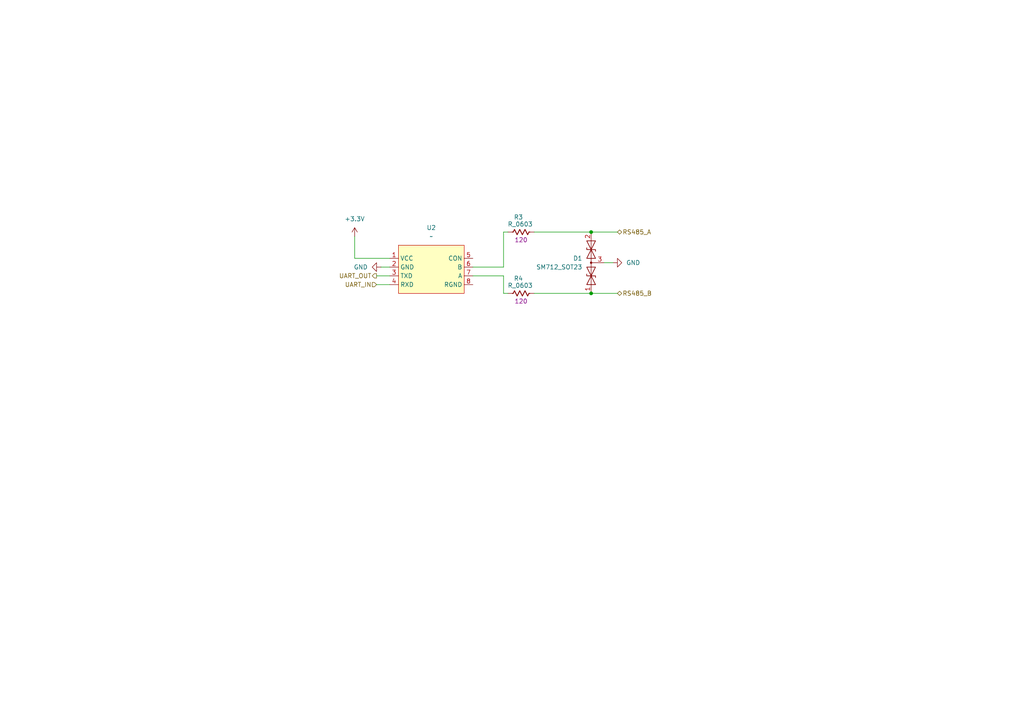
<source format=kicad_sch>
(kicad_sch
	(version 20250114)
	(generator "eeschema")
	(generator_version "9.0")
	(uuid "de6b07a4-1c5d-4532-9ecd-5c069974fae3")
	(paper "A4")
	(lib_symbols
		(symbol "Diode:SM712_SOT23"
			(pin_names
				(offset 1.016)
				(hide yes)
			)
			(exclude_from_sim no)
			(in_bom yes)
			(on_board yes)
			(property "Reference" "D"
				(at 0 4.445 0)
				(effects
					(font
						(size 1.27 1.27)
					)
				)
			)
			(property "Value" "SM712_SOT23"
				(at 0 2.54 0)
				(effects
					(font
						(size 1.27 1.27)
					)
				)
			)
			(property "Footprint" "Package_TO_SOT_SMD:SOT-23"
				(at 0 -8.89 0)
				(effects
					(font
						(size 1.27 1.27)
					)
					(hide yes)
				)
			)
			(property "Datasheet" "https://www.littelfuse.com/~/media/electronics/datasheets/tvs_diode_arrays/littelfuse_tvs_diode_array_sm712_datasheet.pdf.pdf"
				(at -3.81 0 0)
				(effects
					(font
						(size 1.27 1.27)
					)
					(hide yes)
				)
			)
			(property "Description" "7V/12V, 600W Asymmetrical TVS Diode Array, SOT-23"
				(at 0 0 0)
				(effects
					(font
						(size 1.27 1.27)
					)
					(hide yes)
				)
			)
			(property "ki_keywords" "transient voltage suppressor thyrector transil"
				(at 0 0 0)
				(effects
					(font
						(size 1.27 1.27)
					)
					(hide yes)
				)
			)
			(property "ki_fp_filters" "SOT?23*"
				(at 0 0 0)
				(effects
					(font
						(size 1.27 1.27)
					)
					(hide yes)
				)
			)
			(symbol "SM712_SOT23_0_0"
				(polyline
					(pts
						(xy 0 -1.27) (xy 0 0)
					)
					(stroke
						(width 0)
						(type default)
					)
					(fill
						(type none)
					)
				)
			)
			(symbol "SM712_SOT23_0_1"
				(polyline
					(pts
						(xy -6.35 0) (xy 6.35 0)
					)
					(stroke
						(width 0)
						(type default)
					)
					(fill
						(type none)
					)
				)
				(polyline
					(pts
						(xy -6.35 -1.27) (xy -1.27 1.27) (xy -1.27 -1.27) (xy -6.35 1.27) (xy -6.35 -1.27)
					)
					(stroke
						(width 0.2032)
						(type default)
					)
					(fill
						(type none)
					)
				)
				(polyline
					(pts
						(xy -3.302 1.27) (xy -3.81 1.27) (xy -3.81 -1.27) (xy -4.318 -1.27)
					)
					(stroke
						(width 0.2032)
						(type default)
					)
					(fill
						(type none)
					)
				)
				(circle
					(center 0 0)
					(radius 0.254)
					(stroke
						(width 0)
						(type default)
					)
					(fill
						(type outline)
					)
				)
				(polyline
					(pts
						(xy 1.27 -1.27) (xy 1.27 1.27) (xy 6.35 -1.27) (xy 6.35 1.27) (xy 1.27 -1.27)
					)
					(stroke
						(width 0.2032)
						(type default)
					)
					(fill
						(type none)
					)
				)
				(polyline
					(pts
						(xy 4.318 1.27) (xy 3.81 1.27) (xy 3.81 -1.27) (xy 3.302 -1.27)
					)
					(stroke
						(width 0.2032)
						(type default)
					)
					(fill
						(type none)
					)
				)
			)
			(symbol "SM712_SOT23_1_1"
				(pin passive line
					(at -8.89 0 0)
					(length 2.54)
					(name "A1"
						(effects
							(font
								(size 1.27 1.27)
							)
						)
					)
					(number "1"
						(effects
							(font
								(size 1.27 1.27)
							)
						)
					)
				)
				(pin input line
					(at 0 -3.81 90)
					(length 2.54)
					(name "common"
						(effects
							(font
								(size 1.27 1.27)
							)
						)
					)
					(number "3"
						(effects
							(font
								(size 1.27 1.27)
							)
						)
					)
				)
				(pin passive line
					(at 8.89 0 180)
					(length 2.54)
					(name "A2"
						(effects
							(font
								(size 1.27 1.27)
							)
						)
					)
					(number "2"
						(effects
							(font
								(size 1.27 1.27)
							)
						)
					)
				)
			)
			(embedded_fonts no)
		)
		(symbol "PCM_Resistor_US_AKL:R_0603"
			(pin_numbers
				(hide yes)
			)
			(pin_names
				(offset 0)
			)
			(exclude_from_sim no)
			(in_bom yes)
			(on_board yes)
			(property "Reference" "R"
				(at 2.54 1.27 0)
				(effects
					(font
						(size 1.27 1.27)
					)
					(justify left)
				)
			)
			(property "Value" "R_0603"
				(at 2.54 -1.27 0)
				(effects
					(font
						(size 1.27 1.27)
					)
					(justify left)
				)
			)
			(property "Footprint" "PCM_Resistor_SMD_AKL:R_0603_1608Metric"
				(at 0 -11.43 0)
				(effects
					(font
						(size 1.27 1.27)
					)
					(hide yes)
				)
			)
			(property "Datasheet" "~"
				(at 0 0 0)
				(effects
					(font
						(size 1.27 1.27)
					)
					(hide yes)
				)
			)
			(property "Description" "SMD 0603 Chip Resistor, US Symbol, Alternate KiCad Library"
				(at 0 0 0)
				(effects
					(font
						(size 1.27 1.27)
					)
					(hide yes)
				)
			)
			(property "ki_keywords" "R res resistor us SMD 0603"
				(at 0 0 0)
				(effects
					(font
						(size 1.27 1.27)
					)
					(hide yes)
				)
			)
			(property "ki_fp_filters" "R_*"
				(at 0 0 0)
				(effects
					(font
						(size 1.27 1.27)
					)
					(hide yes)
				)
			)
			(symbol "R_0603_0_1"
				(polyline
					(pts
						(xy 0 2.286) (xy 0 2.54)
					)
					(stroke
						(width 0.254)
						(type default)
					)
					(fill
						(type none)
					)
				)
				(polyline
					(pts
						(xy 0 2.286) (xy 0.762 1.905) (xy -0.762 1.143) (xy 0 0.762) (xy 0.762 0.381) (xy 0 0) (xy -0.762 -0.381)
						(xy 0 -0.762) (xy 0.762 -1.143) (xy 0 -1.524) (xy -0.762 -1.905) (xy 0 -2.286)
					)
					(stroke
						(width 0.254)
						(type default)
					)
					(fill
						(type none)
					)
				)
				(polyline
					(pts
						(xy 0 -2.286) (xy 0 -2.54)
					)
					(stroke
						(width 0.254)
						(type default)
					)
					(fill
						(type none)
					)
				)
			)
			(symbol "R_0603_0_2"
				(polyline
					(pts
						(xy -2.54 -2.54) (xy -1.778 -1.778)
					)
					(stroke
						(width 0)
						(type default)
					)
					(fill
						(type none)
					)
				)
				(polyline
					(pts
						(xy -1.778 -1.778) (xy -1.524 -1.524)
					)
					(stroke
						(width 0.254)
						(type default)
					)
					(fill
						(type none)
					)
				)
				(polyline
					(pts
						(xy -1.524 -1.524) (xy -1.778 -0.762) (xy -1.016 -1.016)
					)
					(stroke
						(width 0.254)
						(type default)
					)
					(fill
						(type none)
					)
				)
				(polyline
					(pts
						(xy -0.508 -0.508) (xy -0.762 0.254) (xy 0 0)
					)
					(stroke
						(width 0.254)
						(type default)
					)
					(fill
						(type none)
					)
				)
				(polyline
					(pts
						(xy -0.508 -0.508) (xy -0.254 -1.27) (xy -1.016 -1.016)
					)
					(stroke
						(width 0.254)
						(type default)
					)
					(fill
						(type none)
					)
				)
				(polyline
					(pts
						(xy 0.508 0.508) (xy 0.254 1.27) (xy 1.016 1.016)
					)
					(stroke
						(width 0.254)
						(type default)
					)
					(fill
						(type none)
					)
				)
				(polyline
					(pts
						(xy 0.508 0.508) (xy 0.762 -0.254) (xy 0 0)
					)
					(stroke
						(width 0.254)
						(type default)
					)
					(fill
						(type none)
					)
				)
				(polyline
					(pts
						(xy 1.524 1.524) (xy 1.778 0.762) (xy 1.016 1.016)
					)
					(stroke
						(width 0.254)
						(type default)
					)
					(fill
						(type none)
					)
				)
				(polyline
					(pts
						(xy 1.778 1.778) (xy 1.524 1.524)
					)
					(stroke
						(width 0.254)
						(type default)
					)
					(fill
						(type none)
					)
				)
				(polyline
					(pts
						(xy 1.778 1.778) (xy 2.54 2.54)
					)
					(stroke
						(width 0)
						(type default)
					)
					(fill
						(type none)
					)
				)
			)
			(symbol "R_0603_1_1"
				(pin passive line
					(at 0 3.81 270)
					(length 1.27)
					(name "~"
						(effects
							(font
								(size 1.27 1.27)
							)
						)
					)
					(number "1"
						(effects
							(font
								(size 1.27 1.27)
							)
						)
					)
				)
				(pin passive line
					(at 0 -3.81 90)
					(length 1.27)
					(name "~"
						(effects
							(font
								(size 1.27 1.27)
							)
						)
					)
					(number "2"
						(effects
							(font
								(size 1.27 1.27)
							)
						)
					)
				)
			)
			(symbol "R_0603_1_2"
				(pin passive line
					(at -2.54 -2.54 0)
					(length 0)
					(name ""
						(effects
							(font
								(size 1.27 1.27)
							)
						)
					)
					(number "2"
						(effects
							(font
								(size 1.27 1.27)
							)
						)
					)
				)
				(pin passive line
					(at 2.54 2.54 180)
					(length 0)
					(name ""
						(effects
							(font
								(size 1.27 1.27)
							)
						)
					)
					(number "1"
						(effects
							(font
								(size 1.27 1.27)
							)
						)
					)
				)
			)
			(embedded_fonts no)
		)
		(symbol "Proyecto_componente:RSM3485ECHT"
			(exclude_from_sim no)
			(in_bom yes)
			(on_board yes)
			(property "Reference" "U"
				(at 0 -7.62 0)
				(effects
					(font
						(size 1.27 1.27)
					)
				)
			)
			(property "Value" ""
				(at 0 0 0)
				(effects
					(font
						(size 1.27 1.27)
					)
				)
			)
			(property "Footprint" ""
				(at 0 0 0)
				(effects
					(font
						(size 1.27 1.27)
					)
					(hide yes)
				)
			)
			(property "Datasheet" ""
				(at 0 0 0)
				(effects
					(font
						(size 1.27 1.27)
					)
					(hide yes)
				)
			)
			(property "Description" ""
				(at 0 0 0)
				(effects
					(font
						(size 1.27 1.27)
					)
					(hide yes)
				)
			)
			(symbol "RSM3485ECHT_1_1"
				(rectangle
					(start -10.16 7.62)
					(end 8.89 -6.35)
					(stroke
						(width 0)
						(type solid)
						(color 194 0 0 1)
					)
					(fill
						(type color)
						(color 255 255 194 1)
					)
				)
				(pin input line
					(at -12.7 3.81 0)
					(length 2.54)
					(name "VCC"
						(effects
							(font
								(size 1.27 1.27)
							)
						)
					)
					(number "1"
						(effects
							(font
								(size 1.27 1.27)
							)
						)
					)
				)
				(pin input line
					(at -12.7 1.27 0)
					(length 2.54)
					(name "GND"
						(effects
							(font
								(size 1.27 1.27)
							)
						)
					)
					(number "2"
						(effects
							(font
								(size 1.27 1.27)
							)
						)
					)
				)
				(pin input line
					(at -12.7 -1.27 0)
					(length 2.54)
					(name "TXD"
						(effects
							(font
								(size 1.27 1.27)
							)
						)
					)
					(number "3"
						(effects
							(font
								(size 1.27 1.27)
							)
						)
					)
				)
				(pin input line
					(at -12.7 -3.81 0)
					(length 2.54)
					(name "RXD"
						(effects
							(font
								(size 1.27 1.27)
							)
						)
					)
					(number "4"
						(effects
							(font
								(size 1.27 1.27)
							)
						)
					)
				)
				(pin input line
					(at 11.43 3.81 180)
					(length 2.54)
					(name "CON"
						(effects
							(font
								(size 1.27 1.27)
							)
						)
					)
					(number "5"
						(effects
							(font
								(size 1.27 1.27)
							)
						)
					)
				)
				(pin input line
					(at 11.43 1.27 180)
					(length 2.54)
					(name "B"
						(effects
							(font
								(size 1.27 1.27)
							)
						)
					)
					(number "6"
						(effects
							(font
								(size 1.27 1.27)
							)
						)
					)
				)
				(pin input line
					(at 11.43 -1.27 180)
					(length 2.54)
					(name "A"
						(effects
							(font
								(size 1.27 1.27)
							)
						)
					)
					(number "7"
						(effects
							(font
								(size 1.27 1.27)
							)
						)
					)
				)
				(pin input line
					(at 11.43 -3.81 180)
					(length 2.54)
					(name "RGND"
						(effects
							(font
								(size 1.27 1.27)
							)
						)
					)
					(number "8"
						(effects
							(font
								(size 1.27 1.27)
							)
						)
					)
				)
			)
			(embedded_fonts no)
		)
		(symbol "power:+3.3V"
			(power)
			(pin_numbers
				(hide yes)
			)
			(pin_names
				(offset 0)
				(hide yes)
			)
			(exclude_from_sim no)
			(in_bom yes)
			(on_board yes)
			(property "Reference" "#PWR"
				(at 0 -3.81 0)
				(effects
					(font
						(size 1.27 1.27)
					)
					(hide yes)
				)
			)
			(property "Value" "+3.3V"
				(at 0 3.556 0)
				(effects
					(font
						(size 1.27 1.27)
					)
				)
			)
			(property "Footprint" ""
				(at 0 0 0)
				(effects
					(font
						(size 1.27 1.27)
					)
					(hide yes)
				)
			)
			(property "Datasheet" ""
				(at 0 0 0)
				(effects
					(font
						(size 1.27 1.27)
					)
					(hide yes)
				)
			)
			(property "Description" "Power symbol creates a global label with name \"+3.3V\""
				(at 0 0 0)
				(effects
					(font
						(size 1.27 1.27)
					)
					(hide yes)
				)
			)
			(property "ki_keywords" "global power"
				(at 0 0 0)
				(effects
					(font
						(size 1.27 1.27)
					)
					(hide yes)
				)
			)
			(symbol "+3.3V_0_1"
				(polyline
					(pts
						(xy -0.762 1.27) (xy 0 2.54)
					)
					(stroke
						(width 0)
						(type default)
					)
					(fill
						(type none)
					)
				)
				(polyline
					(pts
						(xy 0 2.54) (xy 0.762 1.27)
					)
					(stroke
						(width 0)
						(type default)
					)
					(fill
						(type none)
					)
				)
				(polyline
					(pts
						(xy 0 0) (xy 0 2.54)
					)
					(stroke
						(width 0)
						(type default)
					)
					(fill
						(type none)
					)
				)
			)
			(symbol "+3.3V_1_1"
				(pin power_in line
					(at 0 0 90)
					(length 0)
					(name "~"
						(effects
							(font
								(size 1.27 1.27)
							)
						)
					)
					(number "1"
						(effects
							(font
								(size 1.27 1.27)
							)
						)
					)
				)
			)
			(embedded_fonts no)
		)
		(symbol "power:GND"
			(power)
			(pin_numbers
				(hide yes)
			)
			(pin_names
				(offset 0)
				(hide yes)
			)
			(exclude_from_sim no)
			(in_bom yes)
			(on_board yes)
			(property "Reference" "#PWR"
				(at 0 -6.35 0)
				(effects
					(font
						(size 1.27 1.27)
					)
					(hide yes)
				)
			)
			(property "Value" "GND"
				(at 0 -3.81 0)
				(effects
					(font
						(size 1.27 1.27)
					)
				)
			)
			(property "Footprint" ""
				(at 0 0 0)
				(effects
					(font
						(size 1.27 1.27)
					)
					(hide yes)
				)
			)
			(property "Datasheet" ""
				(at 0 0 0)
				(effects
					(font
						(size 1.27 1.27)
					)
					(hide yes)
				)
			)
			(property "Description" "Power symbol creates a global label with name \"GND\" , ground"
				(at 0 0 0)
				(effects
					(font
						(size 1.27 1.27)
					)
					(hide yes)
				)
			)
			(property "ki_keywords" "global power"
				(at 0 0 0)
				(effects
					(font
						(size 1.27 1.27)
					)
					(hide yes)
				)
			)
			(symbol "GND_0_1"
				(polyline
					(pts
						(xy 0 0) (xy 0 -1.27) (xy 1.27 -1.27) (xy 0 -2.54) (xy -1.27 -1.27) (xy 0 -1.27)
					)
					(stroke
						(width 0)
						(type default)
					)
					(fill
						(type none)
					)
				)
			)
			(symbol "GND_1_1"
				(pin power_in line
					(at 0 0 270)
					(length 0)
					(name "~"
						(effects
							(font
								(size 1.27 1.27)
							)
						)
					)
					(number "1"
						(effects
							(font
								(size 1.27 1.27)
							)
						)
					)
				)
			)
			(embedded_fonts no)
		)
	)
	(junction
		(at 171.45 67.31)
		(diameter 0)
		(color 0 0 0 0)
		(uuid "196cd56f-91d5-4af3-ab5d-043cf27499a5")
	)
	(junction
		(at 171.45 85.09)
		(diameter 0)
		(color 0 0 0 0)
		(uuid "3d92c94a-6497-438f-8e56-be8307dab1cd")
	)
	(wire
		(pts
			(xy 171.45 67.31) (xy 179.07 67.31)
		)
		(stroke
			(width 0)
			(type default)
		)
		(uuid "03055705-5f7e-4e25-a48b-fae676820af6")
	)
	(wire
		(pts
			(xy 175.26 76.2) (xy 177.8 76.2)
		)
		(stroke
			(width 0)
			(type default)
		)
		(uuid "05a9ba95-01b8-45ac-aa3a-d3f08abcf347")
	)
	(wire
		(pts
			(xy 154.94 67.31) (xy 171.45 67.31)
		)
		(stroke
			(width 0)
			(type default)
		)
		(uuid "07018717-654e-4f53-87aa-2afba947b8ac")
	)
	(wire
		(pts
			(xy 102.87 68.58) (xy 102.87 74.93)
		)
		(stroke
			(width 0)
			(type default)
		)
		(uuid "1ebf31b1-dd7e-4125-9366-2ca5eb375c1a")
	)
	(wire
		(pts
			(xy 146.05 85.09) (xy 147.32 85.09)
		)
		(stroke
			(width 0)
			(type default)
		)
		(uuid "21eee10c-8c82-406f-8369-06e0b4763fcf")
	)
	(wire
		(pts
			(xy 146.05 77.47) (xy 137.16 77.47)
		)
		(stroke
			(width 0)
			(type default)
		)
		(uuid "27e4e164-103e-499b-b146-b232dd4b8505")
	)
	(wire
		(pts
			(xy 146.05 67.31) (xy 146.05 77.47)
		)
		(stroke
			(width 0)
			(type default)
		)
		(uuid "31e6fea1-01ef-44ee-9952-72a1618874f3")
	)
	(wire
		(pts
			(xy 154.94 85.09) (xy 171.45 85.09)
		)
		(stroke
			(width 0)
			(type default)
		)
		(uuid "3d1097e0-cc52-4b84-89ba-a5037d20a10c")
	)
	(wire
		(pts
			(xy 146.05 80.01) (xy 146.05 85.09)
		)
		(stroke
			(width 0)
			(type default)
		)
		(uuid "48f47c6c-de76-442c-aa78-ea66825e1a05")
	)
	(wire
		(pts
			(xy 110.49 77.47) (xy 113.03 77.47)
		)
		(stroke
			(width 0)
			(type default)
		)
		(uuid "5153342e-b06c-43f7-a93c-85b7fc02fcb3")
	)
	(wire
		(pts
			(xy 109.22 82.55) (xy 113.03 82.55)
		)
		(stroke
			(width 0)
			(type default)
		)
		(uuid "90d9e1f4-c561-423c-b2e7-a8e5b7b91864")
	)
	(wire
		(pts
			(xy 146.05 67.31) (xy 147.32 67.31)
		)
		(stroke
			(width 0)
			(type default)
		)
		(uuid "912e4bd1-05f6-4f17-8da7-91e2a1ccc1d5")
	)
	(wire
		(pts
			(xy 102.87 74.93) (xy 113.03 74.93)
		)
		(stroke
			(width 0)
			(type default)
		)
		(uuid "b08c64b7-5ef8-4f82-9faf-61cd427319c8")
	)
	(wire
		(pts
			(xy 171.45 85.09) (xy 179.07 85.09)
		)
		(stroke
			(width 0)
			(type default)
		)
		(uuid "d70f9e30-5006-4996-a738-c14d362a76b0")
	)
	(wire
		(pts
			(xy 109.22 80.01) (xy 113.03 80.01)
		)
		(stroke
			(width 0)
			(type default)
		)
		(uuid "de897a3a-4d03-4203-9897-5e316e468adc")
	)
	(wire
		(pts
			(xy 137.16 80.01) (xy 146.05 80.01)
		)
		(stroke
			(width 0)
			(type default)
		)
		(uuid "efb29732-f056-4078-bca7-124ea19a97b7")
	)
	(hierarchical_label "RS485_A"
		(shape bidirectional)
		(at 179.07 67.31 0)
		(effects
			(font
				(size 1.27 1.27)
			)
			(justify left)
		)
		(uuid "2ff92fe2-bb5e-4e62-8408-3c975d9662fd")
	)
	(hierarchical_label "RS485_B"
		(shape bidirectional)
		(at 179.07 85.09 0)
		(effects
			(font
				(size 1.27 1.27)
			)
			(justify left)
		)
		(uuid "4e6a1a70-38ba-47a5-9953-1927a866b32b")
	)
	(hierarchical_label "UART_IN"
		(shape input)
		(at 109.22 82.55 180)
		(effects
			(font
				(size 1.27 1.27)
			)
			(justify right)
		)
		(uuid "62d52854-6627-4cdb-b065-787229518870")
	)
	(hierarchical_label "UART_OUT"
		(shape output)
		(at 109.22 80.01 180)
		(effects
			(font
				(size 1.27 1.27)
			)
			(justify right)
		)
		(uuid "cd442f82-94c0-4c7a-8e06-c1035b3acbef")
	)
	(symbol
		(lib_id "power:GND")
		(at 110.49 77.47 270)
		(unit 1)
		(exclude_from_sim no)
		(in_bom yes)
		(on_board yes)
		(dnp no)
		(fields_autoplaced yes)
		(uuid "08310063-0756-4864-923a-b360dcbc1e6c")
		(property "Reference" "#PWR012"
			(at 104.14 77.47 0)
			(effects
				(font
					(size 1.27 1.27)
				)
				(hide yes)
			)
		)
		(property "Value" "GND"
			(at 106.68 77.4699 90)
			(effects
				(font
					(size 1.27 1.27)
				)
				(justify right)
			)
		)
		(property "Footprint" ""
			(at 110.49 77.47 0)
			(effects
				(font
					(size 1.27 1.27)
				)
				(hide yes)
			)
		)
		(property "Datasheet" ""
			(at 110.49 77.47 0)
			(effects
				(font
					(size 1.27 1.27)
				)
				(hide yes)
			)
		)
		(property "Description" "Power symbol creates a global label with name \"GND\" , ground"
			(at 110.49 77.47 0)
			(effects
				(font
					(size 1.27 1.27)
				)
				(hide yes)
			)
		)
		(pin "1"
			(uuid "d61201f4-3f88-44d5-b04a-b9ec9adaa3f7")
		)
		(instances
			(project "Nivara"
				(path "/42622735-4343-4315-af64-a45701a752b6/711b914f-41ac-411e-bef3-8ade05c9a19b/0e992bd9-df1d-46c0-8773-93ffa0ff8af8"
					(reference "#PWR012")
					(unit 1)
				)
			)
		)
	)
	(symbol
		(lib_id "PCM_Resistor_US_AKL:R_0603")
		(at 151.13 85.09 90)
		(unit 1)
		(exclude_from_sim no)
		(in_bom yes)
		(on_board yes)
		(dnp no)
		(uuid "644547eb-f3a4-4c29-b143-bdc3b6649c8f")
		(property "Reference" "R4"
			(at 150.368 80.772 90)
			(effects
				(font
					(size 1.27 1.27)
				)
			)
		)
		(property "Value" "R_0603"
			(at 150.876 82.804 90)
			(effects
				(font
					(size 1.27 1.27)
				)
			)
		)
		(property "Footprint" "Resistor_SMD:R_0603_1608Metric"
			(at 162.56 85.09 0)
			(effects
				(font
					(size 1.27 1.27)
				)
				(hide yes)
			)
		)
		(property "Datasheet" "~"
			(at 151.13 85.09 0)
			(effects
				(font
					(size 1.27 1.27)
				)
				(hide yes)
			)
		)
		(property "Description" "SMD 0603 Chip Resistor, US Symbol, Alternate KiCad Library"
			(at 151.13 85.09 0)
			(effects
				(font
					(size 1.27 1.27)
				)
				(hide yes)
			)
		)
		(property "Part Number" ""
			(at 151.13 85.09 0)
			(effects
				(font
					(size 1.27 1.27)
				)
				(hide yes)
			)
		)
		(property "Capacidad" "120"
			(at 151.13 87.376 90)
			(effects
				(font
					(size 1.27 1.27)
				)
			)
		)
		(pin "1"
			(uuid "015d5624-32d5-4792-95ca-735a8b53fc26")
		)
		(pin "2"
			(uuid "e8b9c616-5794-480c-998d-b6fab400e2d7")
		)
		(instances
			(project "Nivara"
				(path "/42622735-4343-4315-af64-a45701a752b6/711b914f-41ac-411e-bef3-8ade05c9a19b/0e992bd9-df1d-46c0-8773-93ffa0ff8af8"
					(reference "R4")
					(unit 1)
				)
			)
		)
	)
	(symbol
		(lib_id "power:GND")
		(at 177.8 76.2 90)
		(unit 1)
		(exclude_from_sim no)
		(in_bom yes)
		(on_board yes)
		(dnp no)
		(fields_autoplaced yes)
		(uuid "6bdede6b-f18d-4896-ba70-099fb8562e81")
		(property "Reference" "#PWR013"
			(at 184.15 76.2 0)
			(effects
				(font
					(size 1.27 1.27)
				)
				(hide yes)
			)
		)
		(property "Value" "GND"
			(at 181.61 76.1999 90)
			(effects
				(font
					(size 1.27 1.27)
				)
				(justify right)
			)
		)
		(property "Footprint" ""
			(at 177.8 76.2 0)
			(effects
				(font
					(size 1.27 1.27)
				)
				(hide yes)
			)
		)
		(property "Datasheet" ""
			(at 177.8 76.2 0)
			(effects
				(font
					(size 1.27 1.27)
				)
				(hide yes)
			)
		)
		(property "Description" "Power symbol creates a global label with name \"GND\" , ground"
			(at 177.8 76.2 0)
			(effects
				(font
					(size 1.27 1.27)
				)
				(hide yes)
			)
		)
		(pin "1"
			(uuid "06255561-edba-41ee-950a-ef8e662e56d4")
		)
		(instances
			(project "Nivara"
				(path "/42622735-4343-4315-af64-a45701a752b6/711b914f-41ac-411e-bef3-8ade05c9a19b/0e992bd9-df1d-46c0-8773-93ffa0ff8af8"
					(reference "#PWR013")
					(unit 1)
				)
			)
		)
	)
	(symbol
		(lib_id "Diode:SM712_SOT23")
		(at 171.45 76.2 90)
		(unit 1)
		(exclude_from_sim no)
		(in_bom yes)
		(on_board yes)
		(dnp no)
		(fields_autoplaced yes)
		(uuid "773c0475-1b1d-4b6d-bf03-4d91c6569951")
		(property "Reference" "D1"
			(at 168.91 74.9299 90)
			(effects
				(font
					(size 1.27 1.27)
				)
				(justify left)
			)
		)
		(property "Value" "SM712_SOT23"
			(at 168.91 77.4699 90)
			(effects
				(font
					(size 1.27 1.27)
				)
				(justify left)
			)
		)
		(property "Footprint" "Package_TO_SOT_SMD:SOT-23_Handsoldering"
			(at 180.34 76.2 0)
			(effects
				(font
					(size 1.27 1.27)
				)
				(hide yes)
			)
		)
		(property "Datasheet" "https://www.littelfuse.com/~/media/electronics/datasheets/tvs_diode_arrays/littelfuse_tvs_diode_array_sm712_datasheet.pdf.pdf"
			(at 171.45 80.01 0)
			(effects
				(font
					(size 1.27 1.27)
				)
				(hide yes)
			)
		)
		(property "Description" "7V/12V, 600W Asymmetrical TVS Diode Array, SOT-23"
			(at 171.45 76.2 0)
			(effects
				(font
					(size 1.27 1.27)
				)
				(hide yes)
			)
		)
		(pin "2"
			(uuid "c83c79e5-5255-4633-92fe-6e3afb282ced")
		)
		(pin "3"
			(uuid "3d4e06a3-d7c3-481d-b2c2-05ac70493e10")
		)
		(pin "1"
			(uuid "200a64d9-1603-41c3-adf1-59cc6b362942")
		)
		(instances
			(project "Nivara"
				(path "/42622735-4343-4315-af64-a45701a752b6/711b914f-41ac-411e-bef3-8ade05c9a19b/0e992bd9-df1d-46c0-8773-93ffa0ff8af8"
					(reference "D1")
					(unit 1)
				)
			)
		)
	)
	(symbol
		(lib_id "power:+3.3V")
		(at 102.87 68.58 0)
		(unit 1)
		(exclude_from_sim no)
		(in_bom yes)
		(on_board yes)
		(dnp no)
		(fields_autoplaced yes)
		(uuid "bbd79785-20ee-4ae8-bdc7-d8d2e9da1b9f")
		(property "Reference" "#PWR011"
			(at 102.87 72.39 0)
			(effects
				(font
					(size 1.27 1.27)
				)
				(hide yes)
			)
		)
		(property "Value" "+3.3V"
			(at 102.87 63.5 0)
			(effects
				(font
					(size 1.27 1.27)
				)
			)
		)
		(property "Footprint" ""
			(at 102.87 68.58 0)
			(effects
				(font
					(size 1.27 1.27)
				)
				(hide yes)
			)
		)
		(property "Datasheet" ""
			(at 102.87 68.58 0)
			(effects
				(font
					(size 1.27 1.27)
				)
				(hide yes)
			)
		)
		(property "Description" "Power symbol creates a global label with name \"+3.3V\""
			(at 102.87 68.58 0)
			(effects
				(font
					(size 1.27 1.27)
				)
				(hide yes)
			)
		)
		(pin "1"
			(uuid "bd5d0864-c218-4009-9223-a507ff1d3370")
		)
		(instances
			(project "Nivara"
				(path "/42622735-4343-4315-af64-a45701a752b6/711b914f-41ac-411e-bef3-8ade05c9a19b/0e992bd9-df1d-46c0-8773-93ffa0ff8af8"
					(reference "#PWR011")
					(unit 1)
				)
			)
		)
	)
	(symbol
		(lib_id "PCM_Resistor_US_AKL:R_0603")
		(at 151.13 67.31 90)
		(unit 1)
		(exclude_from_sim no)
		(in_bom yes)
		(on_board yes)
		(dnp no)
		(uuid "c4903c9b-e485-4d41-9795-fb571348b8e9")
		(property "Reference" "R3"
			(at 150.368 62.992 90)
			(effects
				(font
					(size 1.27 1.27)
				)
			)
		)
		(property "Value" "R_0603"
			(at 150.876 65.024 90)
			(effects
				(font
					(size 1.27 1.27)
				)
			)
		)
		(property "Footprint" "Resistor_SMD:R_0603_1608Metric"
			(at 162.56 67.31 0)
			(effects
				(font
					(size 1.27 1.27)
				)
				(hide yes)
			)
		)
		(property "Datasheet" "~"
			(at 151.13 67.31 0)
			(effects
				(font
					(size 1.27 1.27)
				)
				(hide yes)
			)
		)
		(property "Description" "SMD 0603 Chip Resistor, US Symbol, Alternate KiCad Library"
			(at 151.13 67.31 0)
			(effects
				(font
					(size 1.27 1.27)
				)
				(hide yes)
			)
		)
		(property "Part Number" ""
			(at 151.13 67.31 0)
			(effects
				(font
					(size 1.27 1.27)
				)
				(hide yes)
			)
		)
		(property "Capacidad" "120"
			(at 151.13 69.596 90)
			(effects
				(font
					(size 1.27 1.27)
				)
			)
		)
		(pin "1"
			(uuid "49d031aa-04ff-4b35-bd7e-c55d5c2e598a")
		)
		(pin "2"
			(uuid "3764cd3b-fc74-44c4-bf62-18740efdb585")
		)
		(instances
			(project "Nivara"
				(path "/42622735-4343-4315-af64-a45701a752b6/711b914f-41ac-411e-bef3-8ade05c9a19b/0e992bd9-df1d-46c0-8773-93ffa0ff8af8"
					(reference "R3")
					(unit 1)
				)
			)
		)
	)
	(symbol
		(lib_id "Proyecto_componente:RSM3485ECHT")
		(at 125.73 78.74 0)
		(unit 1)
		(exclude_from_sim no)
		(in_bom yes)
		(on_board yes)
		(dnp no)
		(fields_autoplaced yes)
		(uuid "da41de0c-3032-4673-b1f8-684977ee0687")
		(property "Reference" "U2"
			(at 125.095 66.04 0)
			(effects
				(font
					(size 1.27 1.27)
				)
			)
		)
		(property "Value" "~"
			(at 125.095 68.58 0)
			(effects
				(font
					(size 1.27 1.27)
				)
			)
		)
		(property "Footprint" "External:RSM3485ECHT"
			(at 125.73 78.74 0)
			(effects
				(font
					(size 1.27 1.27)
				)
				(hide yes)
			)
		)
		(property "Datasheet" ""
			(at 125.73 78.74 0)
			(effects
				(font
					(size 1.27 1.27)
				)
				(hide yes)
			)
		)
		(property "Description" ""
			(at 125.73 78.74 0)
			(effects
				(font
					(size 1.27 1.27)
				)
				(hide yes)
			)
		)
		(pin "2"
			(uuid "bbc26e01-1be3-4f01-b346-ec6c0d461df3")
		)
		(pin "4"
			(uuid "8afd7cfc-f674-48ab-9dfe-b5f61dd84724")
		)
		(pin "1"
			(uuid "f23a966d-ce03-46f4-ac8c-4566350cb1e3")
		)
		(pin "5"
			(uuid "5592dede-7f49-4e47-981f-1eeb3a03ccbf")
		)
		(pin "6"
			(uuid "1940fd09-2d73-4b18-baba-1d1706f90c0d")
		)
		(pin "7"
			(uuid "e886dcc6-8a9e-4494-ae81-2a8fdd0a7c9b")
		)
		(pin "8"
			(uuid "d48ac413-1303-47eb-acad-4ecac434d701")
		)
		(pin "3"
			(uuid "77ca5794-14ec-447b-801c-89eab31ae6d9")
		)
		(instances
			(project "Nivara"
				(path "/42622735-4343-4315-af64-a45701a752b6/711b914f-41ac-411e-bef3-8ade05c9a19b/0e992bd9-df1d-46c0-8773-93ffa0ff8af8"
					(reference "U2")
					(unit 1)
				)
			)
		)
	)
)

</source>
